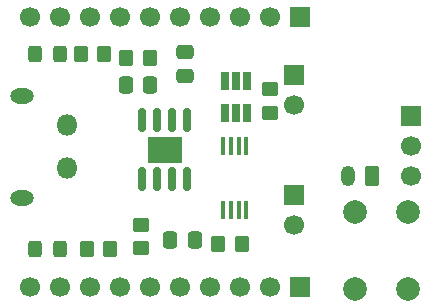
<source format=gbr>
%TF.GenerationSoftware,KiCad,Pcbnew,9.0.6-rc1*%
%TF.CreationDate,2025-12-07T23:50:49+09:00*%
%TF.ProjectId,tp4056,74703430-3536-42e6-9b69-6361645f7063,rev?*%
%TF.SameCoordinates,Original*%
%TF.FileFunction,Soldermask,Top*%
%TF.FilePolarity,Negative*%
%FSLAX46Y46*%
G04 Gerber Fmt 4.6, Leading zero omitted, Abs format (unit mm)*
G04 Created by KiCad (PCBNEW 9.0.6-rc1) date 2025-12-07 23:50:49*
%MOMM*%
%LPD*%
G01*
G04 APERTURE LIST*
G04 Aperture macros list*
%AMRoundRect*
0 Rectangle with rounded corners*
0 $1 Rounding radius*
0 $2 $3 $4 $5 $6 $7 $8 $9 X,Y pos of 4 corners*
0 Add a 4 corners polygon primitive as box body*
4,1,4,$2,$3,$4,$5,$6,$7,$8,$9,$2,$3,0*
0 Add four circle primitives for the rounded corners*
1,1,$1+$1,$2,$3*
1,1,$1+$1,$4,$5*
1,1,$1+$1,$6,$7*
1,1,$1+$1,$8,$9*
0 Add four rect primitives between the rounded corners*
20,1,$1+$1,$2,$3,$4,$5,0*
20,1,$1+$1,$4,$5,$6,$7,0*
20,1,$1+$1,$6,$7,$8,$9,0*
20,1,$1+$1,$8,$9,$2,$3,0*%
G04 Aperture macros list end*
%ADD10RoundRect,0.250000X-0.450000X0.350000X-0.450000X-0.350000X0.450000X-0.350000X0.450000X0.350000X0*%
%ADD11RoundRect,0.150000X0.150000X-0.825000X0.150000X0.825000X-0.150000X0.825000X-0.150000X-0.825000X0*%
%ADD12R,3.000000X2.290000*%
%ADD13RoundRect,0.250000X-0.350000X-0.450000X0.350000X-0.450000X0.350000X0.450000X-0.350000X0.450000X0*%
%ADD14C,2.000000*%
%ADD15R,1.700000X1.700000*%
%ADD16C,1.700000*%
%ADD17RoundRect,0.250000X-0.475000X0.337500X-0.475000X-0.337500X0.475000X-0.337500X0.475000X0.337500X0*%
%ADD18RoundRect,0.250000X0.325000X0.450000X-0.325000X0.450000X-0.325000X-0.450000X0.325000X-0.450000X0*%
%ADD19R,0.400000X1.560000*%
%ADD20RoundRect,0.250000X0.337500X0.475000X-0.337500X0.475000X-0.337500X-0.475000X0.337500X-0.475000X0*%
%ADD21RoundRect,0.250000X0.350000X0.625000X-0.350000X0.625000X-0.350000X-0.625000X0.350000X-0.625000X0*%
%ADD22O,1.200000X1.750000*%
%ADD23O,1.800000X1.800000*%
%ADD24O,2.000000X1.300000*%
%ADD25RoundRect,0.250000X0.350000X0.450000X-0.350000X0.450000X-0.350000X-0.450000X0.350000X-0.450000X0*%
%ADD26R,0.650000X1.560000*%
G04 APERTURE END LIST*
D10*
%TO.C,R5*%
X152654000Y-89154000D03*
X152654000Y-91154000D03*
%TD*%
D11*
%TO.C,U1*%
X141871000Y-96751000D03*
X143141000Y-96751000D03*
X144411000Y-96751000D03*
X145681000Y-96751000D03*
X145681000Y-91801000D03*
X144411000Y-91801000D03*
X143141000Y-91801000D03*
X141871000Y-91801000D03*
D12*
X143776000Y-94276000D03*
%TD*%
D13*
%TO.C,R2*%
X140516000Y-86546000D03*
X142516000Y-86546000D03*
%TD*%
D14*
%TO.C,SW1*%
X164338000Y-99568000D03*
X164338000Y-106068000D03*
X159838000Y-99568000D03*
X159838000Y-106068000D03*
%TD*%
D15*
%TO.C,J6*%
X154686000Y-98094000D03*
D16*
X154686000Y-100634000D03*
%TD*%
D17*
%TO.C,C2*%
X145516000Y-86008500D03*
X145516000Y-88083500D03*
%TD*%
D15*
%TO.C,J8*%
X154686000Y-87934000D03*
D16*
X154686000Y-90474000D03*
%TD*%
D15*
%TO.C,J3*%
X155194000Y-105918000D03*
D16*
X152654000Y-105918000D03*
X150114000Y-105918000D03*
X147574000Y-105918000D03*
X145034000Y-105918000D03*
X142494000Y-105918000D03*
X139954000Y-105918000D03*
X137414000Y-105918000D03*
X134874000Y-105918000D03*
X132334000Y-105918000D03*
%TD*%
D18*
%TO.C,D2*%
X134863000Y-86156000D03*
X132813000Y-86156000D03*
%TD*%
D19*
%TO.C,U4*%
X150676000Y-94009000D03*
X150026000Y-94009000D03*
X149366000Y-94009000D03*
X148716000Y-94009000D03*
X148716000Y-99423000D03*
X149366000Y-99423000D03*
X150026000Y-99423000D03*
X150676000Y-99423000D03*
%TD*%
D15*
%TO.C,SW2*%
X164592000Y-91440000D03*
D16*
X164592000Y-93980000D03*
X164592000Y-96520000D03*
%TD*%
D20*
%TO.C,C1*%
X146305500Y-101904000D03*
X144230500Y-101904000D03*
%TD*%
D21*
%TO.C,J4*%
X161290000Y-96520000D03*
D22*
X159290000Y-96520000D03*
%TD*%
D13*
%TO.C,R1*%
X137156000Y-102666000D03*
X139156000Y-102666000D03*
%TD*%
D23*
%TO.C,J1*%
X135484000Y-92230000D03*
X135484000Y-95830000D03*
D24*
X131684000Y-89710000D03*
X131684000Y-98350000D03*
%TD*%
D13*
%TO.C,R6*%
X148266000Y-102296000D03*
X150266000Y-102296000D03*
%TD*%
D20*
%TO.C,C3*%
X142553500Y-88796000D03*
X140478500Y-88796000D03*
%TD*%
D25*
%TO.C,R9*%
X138648000Y-86156000D03*
X136648000Y-86156000D03*
%TD*%
D15*
%TO.C,J2*%
X155194000Y-83058000D03*
D16*
X152654000Y-83058000D03*
X150114000Y-83058000D03*
X147574000Y-83058000D03*
X145034000Y-83058000D03*
X142494000Y-83058000D03*
X139954000Y-83058000D03*
X137414000Y-83058000D03*
X134874000Y-83058000D03*
X132334000Y-83058000D03*
%TD*%
D18*
%TO.C,D1*%
X134863000Y-102666000D03*
X132813000Y-102666000D03*
%TD*%
D10*
%TO.C,R3*%
X141712000Y-100650000D03*
X141712000Y-102650000D03*
%TD*%
D26*
%TO.C,U2*%
X148826000Y-91156000D03*
X149776000Y-91156000D03*
X150726000Y-91156000D03*
X150726000Y-88456000D03*
X149776000Y-88456000D03*
X148826000Y-88456000D03*
%TD*%
M02*

</source>
